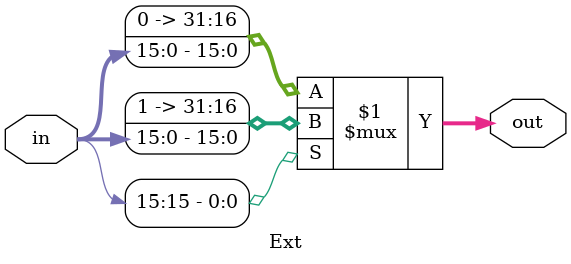
<source format=v>
`timescale 1ns/1ps
module Ext (
	input wire [15:0] in,
	output wire [31:0]out);
	
	assign out=in[15]?{16'hFFFF,in}:{16'h0000,in};
endmodule
</source>
